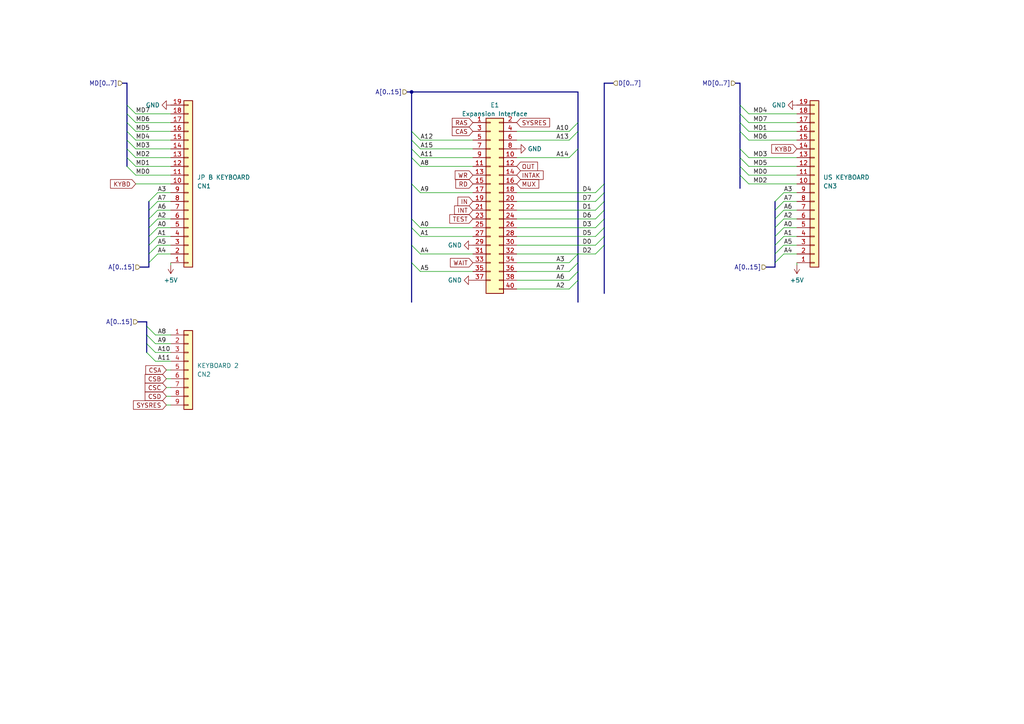
<source format=kicad_sch>
(kicad_sch (version 20230121) (generator eeschema)
  (paper "A4")
  (lib_symbols
    (symbol "Connector_Generic:Conn_01x09" (pin_names (offset 1.016) hide)
      (property "Reference" "J" (at 0 12.7 0))
      (property "Value" "Conn_01x09" (at 0 -12.7 0))
      (symbol "Conn_01x09_1_1"
        (rectangle (start -1.27 -10.033) (end 0 -10.287) (stroke (width 0.1524)))
        (rectangle (start -1.27 -7.493) (end 0 -7.747) (stroke (width 0.1524)))
        (rectangle (start -1.27 -4.953) (end 0 -5.207) (stroke (width 0.1524)))
        (rectangle (start -1.27 -2.413) (end 0 -2.667) (stroke (width 0.1524)))
        (rectangle (start -1.27 0.127) (end 0 -0.127) (stroke (width 0.1524)))
        (rectangle (start -1.27 2.667) (end 0 2.413) (stroke (width 0.1524)))
        (rectangle (start -1.27 5.207) (end 0 4.953) (stroke (width 0.1524)))
        (rectangle (start -1.27 7.747) (end 0 7.493) (stroke (width 0.1524)))
        (rectangle (start -1.27 10.287) (end 0 10.033) (stroke (width 0.1524)))
        (rectangle (start -1.27 11.43) (end 1.27 -11.43) (stroke (width 0.254)) (fill (type background)))
        (pin passive line (at -5.08 10.16 0) (length 3.81) (name "Pin_1") (number "1"))
        (pin passive line (at -5.08 7.62 0) (length 3.81) (name "Pin_2") (number "2"))
        (pin passive line (at -5.08 5.08 0) (length 3.81) (name "Pin_3") (number "3"))
        (pin passive line (at -5.08 2.54 0) (length 3.81) (name "Pin_4") (number "4"))
        (pin passive line (at -5.08 0 0) (length 3.81) (name "Pin_5") (number "5"))
        (pin passive line (at -5.08 -2.54 0) (length 3.81) (name "Pin_6") (number "6"))
        (pin passive line (at -5.08 -5.08 0) (length 3.81) (name "Pin_7") (number "7"))
        (pin passive line (at -5.08 -7.62 0) (length 3.81) (name "Pin_8") (number "8"))
        (pin passive line (at -5.08 -10.16 0) (length 3.81) (name "Pin_9") (number "9"))
      )
    )
    (symbol "Connector_Generic:Conn_01x19" (pin_names (offset 1.016) hide)
      (property "Reference" "J" (at 0 25.4 0))
      (property "Value" "Conn_01x19" (at 0 -25.4 0))
      (symbol "Conn_01x19_1_1"
        (rectangle (start -1.27 -22.733) (end 0 -22.987) (stroke (width 0.1524)))
        (rectangle (start -1.27 -20.193) (end 0 -20.447) (stroke (width 0.1524)))
        (rectangle (start -1.27 -17.653) (end 0 -17.907) (stroke (width 0.1524)))
        (rectangle (start -1.27 -15.113) (end 0 -15.367) (stroke (width 0.1524)))
        (rectangle (start -1.27 -12.573) (end 0 -12.827) (stroke (width 0.1524)))
        (rectangle (start -1.27 -10.033) (end 0 -10.287) (stroke (width 0.1524)))
        (rectangle (start -1.27 -7.493) (end 0 -7.747) (stroke (width 0.1524)))
        (rectangle (start -1.27 -4.953) (end 0 -5.207) (stroke (width 0.1524)))
        (rectangle (start -1.27 -2.413) (end 0 -2.667) (stroke (width 0.1524)))
        (rectangle (start -1.27 0.127) (end 0 -0.127) (stroke (width 0.1524)))
        (rectangle (start -1.27 2.667) (end 0 2.413) (stroke (width 0.1524)))
        (rectangle (start -1.27 5.207) (end 0 4.953) (stroke (width 0.1524)))
        (rectangle (start -1.27 7.747) (end 0 7.493) (stroke (width 0.1524)))
        (rectangle (start -1.27 10.287) (end 0 10.033) (stroke (width 0.1524)))
        (rectangle (start -1.27 12.827) (end 0 12.573) (stroke (width 0.1524)))
        (rectangle (start -1.27 15.367) (end 0 15.113) (stroke (width 0.1524)))
        (rectangle (start -1.27 17.907) (end 0 17.653) (stroke (width 0.1524)))
        (rectangle (start -1.27 20.447) (end 0 20.193) (stroke (width 0.1524)))
        (rectangle (start -1.27 22.987) (end 0 22.733) (stroke (width 0.1524)))
        (rectangle (start -1.27 24.13) (end 1.27 -24.13) (stroke (width 0.254)) (fill (type background)))
        (pin passive line (at -5.08 22.86 0) (length 3.81) (name "Pin_1") (number "1"))
        (pin passive line (at -5.08 0 0) (length 3.81) (name "Pin_10") (number "10"))
        (pin passive line (at -5.08 -2.54 0) (length 3.81) (name "Pin_11") (number "11"))
        (pin passive line (at -5.08 -5.08 0) (length 3.81) (name "Pin_12") (number "12"))
        (pin passive line (at -5.08 -7.62 0) (length 3.81) (name "Pin_13") (number "13"))
        (pin passive line (at -5.08 -10.16 0) (length 3.81) (name "Pin_14") (number "14"))
        (pin passive line (at -5.08 -12.7 0) (length 3.81) (name "Pin_15") (number "15"))
        (pin passive line (at -5.08 -15.24 0) (length 3.81) (name "Pin_16") (number "16"))
        (pin passive line (at -5.08 -17.78 0) (length 3.81) (name "Pin_17") (number "17"))
        (pin passive line (at -5.08 -20.32 0) (length 3.81) (name "Pin_18") (number "18"))
        (pin passive line (at -5.08 -22.86 0) (length 3.81) (name "Pin_19") (number "19"))
        (pin passive line (at -5.08 20.32 0) (length 3.81) (name "Pin_2") (number "2"))
        (pin passive line (at -5.08 17.78 0) (length 3.81) (name "Pin_3") (number "3"))
        (pin passive line (at -5.08 15.24 0) (length 3.81) (name "Pin_4") (number "4"))
        (pin passive line (at -5.08 12.7 0) (length 3.81) (name "Pin_5") (number "5"))
        (pin passive line (at -5.08 10.16 0) (length 3.81) (name "Pin_6") (number "6"))
        (pin passive line (at -5.08 7.62 0) (length 3.81) (name "Pin_7") (number "7"))
        (pin passive line (at -5.08 5.08 0) (length 3.81) (name "Pin_8") (number "8"))
        (pin passive line (at -5.08 2.54 0) (length 3.81) (name "Pin_9") (number "9"))
      )
    )
    (symbol "TRS80IJP:Expansion" (pin_names (offset 1.016) hide)
      (property "Reference" "E1" (at 1.27 27.94 0))
      (property "Value" "Expansion Interface" (at 1.27 25.4 0))
      (symbol "Expansion_1_1"
        (rectangle (start -1.27 -22.733) (end 0 -22.987) (stroke (width 0.1524)))
        (rectangle (start -1.27 -20.193) (end 0 -20.447) (stroke (width 0.1524)))
        (rectangle (start -1.27 -17.653) (end 0 -17.907) (stroke (width 0.1524)))
        (rectangle (start -1.27 -15.113) (end 0 -15.367) (stroke (width 0.1524)))
        (rectangle (start -1.27 -12.573) (end 0 -12.827) (stroke (width 0.1524)))
        (rectangle (start -1.27 -10.033) (end 0 -10.287) (stroke (width 0.1524)))
        (rectangle (start -1.27 -7.493) (end 0 -7.747) (stroke (width 0.1524)))
        (rectangle (start -1.27 -4.953) (end 0 -5.207) (stroke (width 0.1524)))
        (rectangle (start -1.27 -2.413) (end 0 -2.667) (stroke (width 0.1524)))
        (rectangle (start -1.27 0.127) (end 0 -0.127) (stroke (width 0.1524)))
        (rectangle (start -1.27 2.667) (end 0 2.413) (stroke (width 0.1524)))
        (rectangle (start -1.27 5.207) (end 0 4.953) (stroke (width 0.1524)))
        (rectangle (start -1.27 7.747) (end 0 7.493) (stroke (width 0.1524)))
        (rectangle (start -1.27 10.287) (end 0 10.033) (stroke (width 0.1524)))
        (rectangle (start -1.27 12.827) (end 0 12.573) (stroke (width 0.1524)))
        (rectangle (start -1.27 15.367) (end 0 15.113) (stroke (width 0.1524)))
        (rectangle (start -1.27 17.907) (end 0 17.653) (stroke (width 0.1524)))
        (rectangle (start -1.27 20.447) (end 0 20.193) (stroke (width 0.1524)))
        (rectangle (start -1.27 22.987) (end 0 22.733) (stroke (width 0.1524)))
        (rectangle (start -1.27 24.13) (end 3.81 -26.67) (stroke (width 0.254)) (fill (type background)))
        (rectangle (start 3.81 -25.273) (end 2.54 -25.527) (stroke (width 0.1524)))
        (rectangle (start 3.81 -22.733) (end 2.54 -22.987) (stroke (width 0.1524)))
        (rectangle (start 3.81 -20.193) (end 2.54 -20.447) (stroke (width 0.1524)))
        (rectangle (start 3.81 -17.653) (end 2.54 -17.907) (stroke (width 0.1524)))
        (rectangle (start 3.81 -15.113) (end 2.54 -15.367) (stroke (width 0.1524)))
        (rectangle (start 3.81 -12.573) (end 2.54 -12.827) (stroke (width 0.1524)))
        (rectangle (start 3.81 -10.033) (end 2.54 -10.287) (stroke (width 0.1524)))
        (rectangle (start 3.81 -7.493) (end 2.54 -7.747) (stroke (width 0.1524)))
        (rectangle (start 3.81 -4.953) (end 2.54 -5.207) (stroke (width 0.1524)))
        (rectangle (start 3.81 -2.413) (end 2.54 -2.667) (stroke (width 0.1524)))
        (rectangle (start 3.81 0.127) (end 2.54 -0.127) (stroke (width 0.1524)))
        (rectangle (start 3.81 2.667) (end 2.54 2.413) (stroke (width 0.1524)))
        (rectangle (start 3.81 5.207) (end 2.54 4.953) (stroke (width 0.1524)))
        (rectangle (start 3.81 7.747) (end 2.54 7.493) (stroke (width 0.1524)))
        (rectangle (start 3.81 10.287) (end 2.54 10.033) (stroke (width 0.1524)))
        (rectangle (start 3.81 12.827) (end 2.54 12.573) (stroke (width 0.1524)))
        (rectangle (start 3.81 15.367) (end 2.54 15.113) (stroke (width 0.1524)))
        (rectangle (start 3.81 17.907) (end 2.54 17.653) (stroke (width 0.1524)))
        (rectangle (start 3.81 20.447) (end 2.54 20.193) (stroke (width 0.1524)))
        (rectangle (start 3.81 22.987) (end 2.54 22.733) (stroke (width 0.1524)))
        (pin passive line (at -5.08 22.86 0) (length 3.81) (name "Pin_1") (number "1"))
        (pin passive line (at 7.62 12.7 180) (length 3.81) (name "Pin_10") (number "10"))
        (pin passive line (at -5.08 10.16 0) (length 3.81) (name "Pin_11") (number "11"))
        (pin passive line (at 7.62 10.16 180) (length 3.81) (name "Pin_12") (number "12"))
        (pin passive line (at -5.08 7.62 0) (length 3.81) (name "Pin_13") (number "13"))
        (pin passive line (at 7.62 7.62 180) (length 3.81) (name "Pin_14") (number "14"))
        (pin passive line (at -5.08 5.08 0) (length 3.81) (name "Pin_15") (number "15"))
        (pin passive line (at 7.62 5.08 180) (length 3.81) (name "Pin_16") (number "16"))
        (pin passive line (at -5.08 2.54 0) (length 3.81) (name "Pin_17") (number "17"))
        (pin passive line (at 7.62 2.54 180) (length 3.81) (name "Pin_18") (number "18"))
        (pin passive line (at -5.08 0 0) (length 3.81) (name "Pin_19") (number "19"))
        (pin passive line (at 7.62 22.86 180) (length 3.81) (name "Pin_2") (number "2"))
        (pin passive line (at 7.62 0 180) (length 3.81) (name "Pin_20") (number "20"))
        (pin passive line (at -5.08 -2.54 0) (length 3.81) (name "Pin_21") (number "21"))
        (pin passive line (at 7.62 -2.54 180) (length 3.81) (name "Pin_22") (number "22"))
        (pin passive line (at -5.08 -5.08 0) (length 3.81) (name "Pin_23") (number "23"))
        (pin passive line (at 7.62 -5.08 180) (length 3.81) (name "Pin_24") (number "24"))
        (pin passive line (at -5.08 -7.62 0) (length 3.81) (name "Pin_25") (number "25"))
        (pin passive line (at 7.62 -7.62 180) (length 3.81) (name "Pin_26") (number "26"))
        (pin passive line (at -5.08 -10.16 0) (length 3.81) (name "Pin_27") (number "27"))
        (pin passive line (at 7.62 -10.16 180) (length 3.81) (name "Pin_28") (number "28"))
        (pin passive line (at -5.08 -12.7 0) (length 3.81) (name "Pin_29") (number "29"))
        (pin passive line (at -5.08 20.32 0) (length 3.81) (name "Pin_3") (number "3"))
        (pin passive line (at 7.62 -12.7 180) (length 3.81) (name "Pin_30") (number "30"))
        (pin passive line (at -5.08 -15.24 0) (length 3.81) (name "Pin_31") (number "31"))
        (pin passive line (at 7.62 -15.24 180) (length 3.81) (name "Pin_32") (number "32"))
        (pin passive line (at -5.08 -17.78 0) (length 3.81) (name "Pin_33") (number "33"))
        (pin passive line (at 7.62 -17.78 180) (length 3.81) (name "Pin_34") (number "34"))
        (pin passive line (at -5.08 -20.32 0) (length 3.81) (name "Pin_35") (number "35"))
        (pin passive line (at 7.62 -20.32 180) (length 3.81) (name "Pin_36") (number "36"))
        (pin passive line (at -5.08 -22.86 0) (length 3.81) (name "Pin_37") (number "37"))
        (pin passive line (at 7.62 -22.86 180) (length 3.81) (name "Pin_38") (number "38"))
        (pin passive line (at 7.62 20.32 180) (length 3.81) (name "Pin_4") (number "4"))
        (pin passive line (at 7.62 -25.4 180) (length 3.81) (name "Pin_40") (number "40"))
        (pin passive line (at -5.08 17.78 0) (length 3.81) (name "Pin_5") (number "5"))
        (pin passive line (at 7.62 17.78 180) (length 3.81) (name "Pin_6") (number "6"))
        (pin passive line (at -5.08 15.24 0) (length 3.81) (name "Pin_7") (number "7"))
        (pin passive line (at 7.62 15.24 180) (length 3.81) (name "Pin_8") (number "8"))
        (pin passive line (at -5.08 12.7 0) (length 3.81) (name "Pin_9") (number "9"))
      )
    )
    (symbol "power:+5V" (power) (pin_names (offset 0))
      (property "Value" "+5V" (at 0 3.556 0))
      (symbol "+5V_0_1"
        (polyline (pts (xy -0.762 1.27) (xy 0 2.54)))
        (polyline (pts (xy 0 0) (xy 0 2.54)))
        (polyline (pts (xy 0 2.54) (xy 0.762 1.27)))
      )
      (symbol "+5V_1_1"
        (pin power_in line (at 0 0 90) (length 0) hide (name "+5V") (number "1"))
      )
    )
    (symbol "power:GND" (power) (pin_names (offset 0))
      (property "Value" "GND" (at 0 -3.81 0))
      (symbol "GND_0_1"
        (polyline (pts (xy 0 0) (xy 0 -1.27) (xy 1.27 -1.27) (xy 0 -2.54) (xy -1.27 -1.27) (xy 0 -1.27)))
      )
      (symbol "GND_1_1"
        (pin power_in line (at 0 0 270) (length 0) hide (name "GND") (number "1"))
      )
    )
  )
  (junction (at 119.38 26.67))
  (bus_entry (at 43.18 73.66) (size 2.54 -2.54))
  (bus_entry (at 214.63 35.56) (size 2.54 2.54))
  (bus_entry (at 36.83 30.48) (size 2.54 2.54))
  (bus_entry (at 36.83 35.56) (size 2.54 2.54))
  (bus_entry (at 224.79 58.42) (size 2.54 -2.54))
  (bus_entry (at 224.79 60.96) (size 2.54 -2.54))
  (bus_entry (at 42.545 99.695) (size 2.54 2.54))
  (bus_entry (at 36.83 33.02) (size 2.54 2.54))
  (bus_entry (at 214.63 30.48) (size 2.54 2.54))
  (bus_entry (at 42.545 102.235) (size 2.54 2.54))
  (bus_entry (at 36.83 48.26) (size 2.54 2.54))
  (bus_entry (at 214.63 50.8) (size 2.54 2.54))
  (bus_entry (at 43.18 68.58) (size 2.54 -2.54))
  (bus_entry (at 224.79 66.04) (size 2.54 -2.54))
  (bus_entry (at 43.18 76.2) (size 2.54 -2.54))
  (bus_entry (at 43.18 63.5) (size 2.54 -2.54))
  (bus_entry (at 214.63 45.72) (size 2.54 2.54))
  (bus_entry (at 43.18 66.04) (size 2.54 -2.54))
  (bus_entry (at 36.83 45.72) (size 2.54 2.54))
  (bus_entry (at 224.79 63.5) (size 2.54 -2.54))
  (bus_entry (at 214.63 48.26) (size 2.54 2.54))
  (bus_entry (at 214.63 43.18) (size 2.54 2.54))
  (bus_entry (at 36.83 43.18) (size 2.54 2.54))
  (bus_entry (at 42.545 97.155) (size 2.54 2.54))
  (bus_entry (at 214.63 38.1) (size 2.54 2.54))
  (bus_entry (at 214.63 33.02) (size 2.54 2.54))
  (bus_entry (at 43.18 71.12) (size 2.54 -2.54))
  (bus_entry (at 43.18 60.96) (size 2.54 -2.54))
  (bus_entry (at 224.79 73.66) (size 2.54 -2.54))
  (bus_entry (at 224.79 71.12) (size 2.54 -2.54))
  (bus_entry (at 172.72 73.66) (size 2.54 -2.54))
  (bus_entry (at 172.72 66.04) (size 2.54 -2.54))
  (bus_entry (at 172.72 68.58) (size 2.54 -2.54))
  (bus_entry (at 172.72 71.12) (size 2.54 -2.54))
  (bus_entry (at 172.72 55.88) (size 2.54 -2.54))
  (bus_entry (at 172.72 58.42) (size 2.54 -2.54))
  (bus_entry (at 172.72 60.96) (size 2.54 -2.54))
  (bus_entry (at 172.72 63.5) (size 2.54 -2.54))
  (bus_entry (at 36.83 40.64) (size 2.54 2.54))
  (bus_entry (at 224.79 76.2) (size 2.54 -2.54))
  (bus_entry (at 42.545 94.615) (size 2.54 2.54))
  (bus_entry (at 224.79 68.58) (size 2.54 -2.54))
  (bus_entry (at 36.83 38.1) (size 2.54 2.54))
  (bus_entry (at 43.18 58.42) (size 2.54 -2.54))
  (bus_entry (at 165.1 83.82) (size 2.54 -2.54))
  (bus_entry (at 165.1 76.2) (size 2.54 -2.54))
  (bus_entry (at 165.1 78.74) (size 2.54 -2.54))
  (bus_entry (at 165.1 81.28) (size 2.54 -2.54))
  (bus_entry (at 165.1 45.72) (size 2.54 -2.54))
  (bus_entry (at 165.1 38.1) (size 2.54 -2.54))
  (bus_entry (at 119.38 76.2) (size 2.54 2.54))
  (bus_entry (at 165.1 40.64) (size 2.54 -2.54))
  (bus_entry (at 119.38 63.5) (size 2.54 2.54))
  (bus_entry (at 119.38 53.34) (size 2.54 2.54))
  (bus_entry (at 119.38 38.1) (size 2.54 2.54))
  (bus_entry (at 119.38 40.64) (size 2.54 2.54))
  (bus_entry (at 119.38 66.04) (size 2.54 2.54))
  (bus_entry (at 119.38 71.12) (size 2.54 2.54))
  (bus_entry (at 119.38 43.18) (size 2.54 2.54))
  (bus_entry (at 119.38 45.72) (size 2.54 2.54))
  (wire (pts (xy 39.37 35.56) (xy 49.53 35.56)))
  (wire (pts (xy 149.86 78.74) (xy 165.1 78.74)))
  (bus (pts (xy 167.64 43.18) (xy 167.64 73.66)))
  (bus (pts (xy 224.79 68.58) (xy 224.79 71.12)))
  (bus (pts (xy 214.63 30.48) (xy 214.63 33.02)))
  (bus (pts (xy 224.79 76.2) (xy 224.79 77.47)))
  (bus (pts (xy 40.64 77.47) (xy 43.18 77.47)))
  (wire (pts (xy 45.085 104.775) (xy 49.53 104.775)))
  (wire (pts (xy 149.86 55.88) (xy 172.72 55.88)))
  (wire (pts (xy 48.26 107.315) (xy 49.53 107.315)))
  (bus (pts (xy 40.005 93.345) (xy 42.545 93.345)))
  (bus (pts (xy 119.38 71.12) (xy 119.38 76.2)))
  (bus (pts (xy 119.38 26.67) (xy 167.64 26.67)))
  (wire (pts (xy 149.86 45.72) (xy 165.1 45.72)))
  (wire (pts (xy 121.92 73.66) (xy 137.16 73.66)))
  (bus (pts (xy 214.63 45.72) (xy 214.63 48.26)))
  (wire (pts (xy 149.86 83.82) (xy 165.1 83.82)))
  (wire (pts (xy 45.085 97.155) (xy 49.53 97.155)))
  (wire (pts (xy 39.37 43.18) (xy 49.53 43.18)))
  (bus (pts (xy 175.26 68.58) (xy 175.26 71.12)))
  (bus (pts (xy 167.64 76.2) (xy 167.64 78.74)))
  (bus (pts (xy 42.545 94.615) (xy 42.545 93.345)))
  (bus (pts (xy 36.83 45.72) (xy 36.83 48.26)))
  (wire (pts (xy 45.085 102.235) (xy 49.53 102.235)))
  (wire (pts (xy 39.37 40.64) (xy 49.53 40.64)))
  (bus (pts (xy 214.63 48.26) (xy 214.63 50.8)))
  (wire (pts (xy 217.17 53.34) (xy 231.14 53.34)))
  (wire (pts (xy 217.17 48.26) (xy 231.14 48.26)))
  (bus (pts (xy 224.79 58.42) (xy 224.79 60.96)))
  (bus (pts (xy 118.11 26.67) (xy 119.38 26.67)))
  (wire (pts (xy 121.92 78.74) (xy 137.16 78.74)))
  (bus (pts (xy 42.545 97.155) (xy 42.545 94.615)))
  (bus (pts (xy 224.79 60.96) (xy 224.79 63.5)))
  (wire (pts (xy 39.37 38.1) (xy 49.53 38.1)))
  (bus (pts (xy 224.79 71.12) (xy 224.79 73.66)))
  (wire (pts (xy 217.17 50.8) (xy 231.14 50.8)))
  (wire (pts (xy 39.37 50.8) (xy 49.53 50.8)))
  (wire (pts (xy 167.64 73.66) (xy 172.72 73.66)))
  (wire (pts (xy 45.085 99.695) (xy 49.53 99.695)))
  (bus (pts (xy 119.38 45.72) (xy 119.38 53.34)))
  (wire (pts (xy 39.37 48.26) (xy 49.53 48.26)))
  (wire (pts (xy 227.33 68.58) (xy 231.14 68.58)))
  (wire (pts (xy 149.86 58.42) (xy 172.72 58.42)))
  (bus (pts (xy 175.26 60.96) (xy 175.26 63.5)))
  (bus (pts (xy 119.38 38.1) (xy 119.38 40.64)))
  (wire (pts (xy 217.17 33.02) (xy 231.14 33.02)))
  (bus (pts (xy 222.25 77.47) (xy 224.79 77.47)))
  (bus (pts (xy 224.79 63.5) (xy 224.79 66.04)))
  (bus (pts (xy 175.26 58.42) (xy 175.26 60.96)))
  (bus (pts (xy 167.64 26.67) (xy 167.64 35.56)))
  (wire (pts (xy 45.72 73.66) (xy 49.53 73.66)))
  (bus (pts (xy 43.18 60.96) (xy 43.18 63.5)))
  (wire (pts (xy 149.86 60.96) (xy 172.72 60.96)))
  (bus (pts (xy 224.79 73.66) (xy 224.79 76.2)))
  (bus (pts (xy 36.83 38.1) (xy 36.83 40.64)))
  (wire (pts (xy 227.33 73.66) (xy 231.14 73.66)))
  (wire (pts (xy 48.26 109.855) (xy 49.53 109.855)))
  (wire (pts (xy 45.72 71.12) (xy 49.53 71.12)))
  (bus (pts (xy 167.64 78.74) (xy 167.64 81.28)))
  (wire (pts (xy 149.86 73.66) (xy 167.64 73.66)))
  (bus (pts (xy 35.56 24.13) (xy 36.83 24.13)))
  (wire (pts (xy 39.37 45.72) (xy 49.53 45.72)))
  (bus (pts (xy 214.63 50.8) (xy 214.63 54.61)))
  (wire (pts (xy 45.72 58.42) (xy 49.53 58.42)))
  (wire (pts (xy 39.37 53.34) (xy 49.53 53.34)))
  (bus (pts (xy 214.63 38.1) (xy 214.63 43.18)))
  (bus (pts (xy 214.63 24.13) (xy 214.63 30.48)))
  (wire (pts (xy 217.17 45.72) (xy 231.14 45.72)))
  (wire (pts (xy 39.37 33.02) (xy 49.53 33.02)))
  (bus (pts (xy 43.18 76.2) (xy 43.18 77.47)))
  (wire (pts (xy 227.33 71.12) (xy 231.14 71.12)))
  (wire (pts (xy 217.17 40.64) (xy 231.14 40.64)))
  (bus (pts (xy 175.26 53.34) (xy 175.26 55.88)))
  (wire (pts (xy 45.72 55.88) (xy 49.53 55.88)))
  (wire (pts (xy 49.53 76.835) (xy 49.53 76.2)))
  (wire (pts (xy 45.72 66.04) (xy 49.53 66.04)))
  (bus (pts (xy 175.26 66.04) (xy 175.26 68.58)))
  (bus (pts (xy 224.79 66.04) (xy 224.79 68.58)))
  (bus (pts (xy 36.83 43.18) (xy 36.83 45.72)))
  (wire (pts (xy 45.72 60.96) (xy 49.53 60.96)))
  (wire (pts (xy 45.72 68.58) (xy 49.53 68.58)))
  (bus (pts (xy 119.38 26.67) (xy 119.38 38.1)))
  (bus (pts (xy 119.38 63.5) (xy 119.38 66.04)))
  (wire (pts (xy 149.86 40.64) (xy 165.1 40.64)))
  (bus (pts (xy 119.38 76.2) (xy 119.38 87.63)))
  (wire (pts (xy 227.33 55.88) (xy 231.14 55.88)))
  (bus (pts (xy 175.26 24.13) (xy 175.26 53.34)))
  (wire (pts (xy 149.86 81.28) (xy 165.1 81.28)))
  (bus (pts (xy 119.38 40.64) (xy 119.38 43.18)))
  (wire (pts (xy 121.92 43.18) (xy 137.16 43.18)))
  (bus (pts (xy 36.83 24.13) (xy 36.83 30.48)))
  (wire (pts (xy 149.86 76.2) (xy 165.1 76.2)))
  (wire (pts (xy 227.33 60.96) (xy 231.14 60.96)))
  (bus (pts (xy 214.63 33.02) (xy 214.63 35.56)))
  (bus (pts (xy 43.18 66.04) (xy 43.18 68.58)))
  (bus (pts (xy 43.18 71.12) (xy 43.18 73.66)))
  (wire (pts (xy 231.14 76.835) (xy 231.14 76.2)))
  (wire (pts (xy 149.86 38.1) (xy 165.1 38.1)))
  (bus (pts (xy 213.36 24.13) (xy 214.63 24.13)))
  (bus (pts (xy 42.545 99.695) (xy 42.545 97.155)))
  (wire (pts (xy 149.86 71.12) (xy 172.72 71.12)))
  (wire (pts (xy 149.86 63.5) (xy 172.72 63.5)))
  (bus (pts (xy 43.18 63.5) (xy 43.18 66.04)))
  (bus (pts (xy 36.83 35.56) (xy 36.83 38.1)))
  (bus (pts (xy 119.38 66.04) (xy 119.38 71.12)))
  (wire (pts (xy 227.33 63.5) (xy 231.14 63.5)))
  (wire (pts (xy 48.26 114.935) (xy 49.53 114.935)))
  (bus (pts (xy 167.64 38.1) (xy 167.64 43.18)))
  (wire (pts (xy 121.92 66.04) (xy 137.16 66.04)))
  (wire (pts (xy 217.17 38.1) (xy 231.14 38.1)))
  (bus (pts (xy 167.64 35.56) (xy 167.64 38.1)))
  (bus (pts (xy 175.26 71.12) (xy 175.26 85.09)))
  (wire (pts (xy 121.92 40.64) (xy 137.16 40.64)))
  (wire (pts (xy 48.26 112.395) (xy 49.53 112.395)))
  (bus (pts (xy 43.18 58.42) (xy 43.18 60.96)))
  (bus (pts (xy 214.63 43.18) (xy 214.63 45.72)))
  (wire (pts (xy 217.17 35.56) (xy 231.14 35.56)))
  (wire (pts (xy 149.86 68.58) (xy 172.72 68.58)))
  (bus (pts (xy 167.64 73.66) (xy 167.64 76.2)))
  (bus (pts (xy 119.38 53.34) (xy 119.38 63.5)))
  (bus (pts (xy 43.18 73.66) (xy 43.18 76.2)))
  (wire (pts (xy 121.92 55.88) (xy 137.16 55.88)))
  (bus (pts (xy 43.18 68.58) (xy 43.18 71.12)))
  (wire (pts (xy 149.86 66.04) (xy 172.72 66.04)))
  (bus (pts (xy 167.64 81.28) (xy 167.64 87.63)))
  (wire (pts (xy 121.92 45.72) (xy 137.16 45.72)))
  (wire (pts (xy 121.92 48.26) (xy 137.16 48.26)))
  (bus (pts (xy 42.545 102.235) (xy 42.545 99.695)))
  (bus (pts (xy 119.38 43.18) (xy 119.38 45.72)))
  (bus (pts (xy 214.63 35.56) (xy 214.63 38.1)))
  (bus (pts (xy 175.26 55.88) (xy 175.26 58.42)))
  (wire (pts (xy 45.72 63.5) (xy 49.53 63.5)))
  (bus (pts (xy 36.83 30.48) (xy 36.83 33.02)))
  (wire (pts (xy 48.26 117.475) (xy 49.53 117.475)))
  (bus (pts (xy 175.26 63.5) (xy 175.26 66.04)))
  (bus (pts (xy 36.83 40.64) (xy 36.83 43.18)))
  (wire (pts (xy 227.33 66.04) (xy 231.14 66.04)))
  (bus (pts (xy 177.8 24.13) (xy 175.26 24.13)))
  (wire (pts (xy 121.92 68.58) (xy 137.16 68.58)))
  (bus (pts (xy 36.83 33.02) (xy 36.83 35.56)))
  (wire (pts (xy 227.33 58.42) (xy 231.14 58.42)))
  (label "A11" (at 45.72 104.775 0))
  (label "A1" (at 45.72 68.58 0))
  (label "A6" (at 45.72 60.96 0))
  (label "MD7" (at 218.44 35.56 0))
  (label "MD2" (at 39.37 45.72 0))
  (label "MD1" (at 39.37 48.26 0))
  (label "MD5" (at 218.44 48.26 0))
  (label "A5" (at 227.33 71.12 0))
  (label "D3" (at 168.91 66.04 0))
  (label "A4" (at 121.92 73.66 0))
  (label "MD0" (at 39.37 50.8 0))
  (label "A0" (at 45.72 66.04 0))
  (label "A3" (at 161.29 76.2 0))
  (label "A5" (at 45.72 71.12 0))
  (label "MD2" (at 218.44 53.34 0))
  (label "A0" (at 121.92 66.04 0))
  (label "A15" (at 121.92 43.18 0))
  (label "A7" (at 227.33 58.42 0))
  (label "D6" (at 168.91 63.5 0))
  (label "A3" (at 227.33 55.88 0))
  (label "A10" (at 161.29 38.1 0))
  (label "A6" (at 227.33 60.96 0))
  (label "A13" (at 161.29 40.64 0))
  (label "MD1" (at 218.44 38.1 0))
  (label "A1" (at 227.33 68.58 0))
  (label "MD3" (at 39.37 43.18 0))
  (label "D1" (at 168.91 60.96 0))
  (label "A2" (at 45.72 63.5 0))
  (label "A11" (at 121.92 45.72 0))
  (label "A8" (at 121.92 48.26 0))
  (label "A3" (at 45.72 55.88 0))
  (label "A4" (at 45.72 73.66 0))
  (label "D7" (at 168.91 58.42 0))
  (label "A0" (at 227.33 66.04 0))
  (label "MD6" (at 39.37 35.56 0))
  (label "A5" (at 121.92 78.74 0))
  (label "A9" (at 45.72 99.695 0))
  (label "MD7" (at 39.37 33.02 0))
  (label "D2" (at 168.91 73.66 0))
  (label "MD4" (at 218.44 33.02 0))
  (label "A10" (at 45.72 102.235 0))
  (label "MD3" (at 218.44 45.72 0))
  (label "D4" (at 168.91 55.88 0))
  (label "A8" (at 45.72 97.155 0))
  (label "A4" (at 227.33 73.66 0))
  (label "A14" (at 161.29 45.72 0))
  (label "A6" (at 161.29 81.28 0))
  (label "A9" (at 121.92 55.88 0))
  (label "MD0" (at 218.44 50.8 0))
  (label "MD5" (at 39.37 38.1 0))
  (label "A2" (at 161.29 83.82 0))
  (label "D5" (at 168.91 68.58 0))
  (label "MD6" (at 218.44 40.64 0))
  (label "A2" (at 227.33 63.5 0))
  (label "A7" (at 45.72 58.42 0))
  (label "A1" (at 121.92 68.58 0))
  (label "A7" (at 161.29 78.74 0))
  (label "A12" (at 121.92 40.64 0))
  (label "D0" (at 168.91 71.12 0))
  (label "MD4" (at 39.37 40.64 0))
  (global_label "MUX" (shape input) (at 149.86 53.34 0) (property "Intersheetrefs" "${INTERSHEET_REFS}" (effects hide)))
  (global_label "CSB" (shape input) (at 48.26 109.855 180) (property "Intersheetrefs" "${INTERSHEET_REFS}" (effects hide)))
  (global_label "SYSRES" (shape input) (at 149.86 35.56 0) (property "Intersheetrefs" "${INTERSHEET_REFS}" (effects hide)))
  (global_label "TEST" (shape input) (at 137.16 63.5 180) (property "Intersheetrefs" "${INTERSHEET_REFS}" (effects hide)))
  (global_label "WR" (shape input) (at 137.16 50.8 180) (property "Intersheetrefs" "${INTERSHEET_REFS}" (effects hide)))
  (global_label "OUT" (shape input) (at 149.86 48.26 0) (property "Intersheetrefs" "${INTERSHEET_REFS}" (effects hide)))
  (global_label "CAS" (shape input) (at 137.16 38.1 180) (property "Intersheetrefs" "${INTERSHEET_REFS}" (effects hide)))
  (global_label "RAS" (shape input) (at 137.16 35.56 180) (property "Intersheetrefs" "${INTERSHEET_REFS}" (effects hide)))
  (global_label "KYBD" (shape input) (at 231.14 43.18 180) (property "Intersheetrefs" "${INTERSHEET_REFS}" (effects hide)))
  (global_label "KYBD" (shape input) (at 39.37 53.34 180) (property "Intersheetrefs" "${INTERSHEET_REFS}" (effects hide)))
  (global_label "WAIT" (shape input) (at 137.16 76.2 180) (property "Intersheetrefs" "${INTERSHEET_REFS}" (effects hide)))
  (global_label "CSD" (shape input) (at 48.26 114.935 180) (property "Intersheetrefs" "${INTERSHEET_REFS}" (effects hide)))
  (global_label "SYSRES" (shape input) (at 48.26 117.475 180) (property "Intersheetrefs" "${INTERSHEET_REFS}" (effects hide)))
  (global_label "RD" (shape input) (at 137.16 53.34 180) (property "Intersheetrefs" "${INTERSHEET_REFS}" (effects hide)))
  (global_label "INT" (shape input) (at 137.16 60.96 180) (property "Intersheetrefs" "${INTERSHEET_REFS}" (effects hide)))
  (global_label "IN" (shape input) (at 137.16 58.42 180) (property "Intersheetrefs" "${INTERSHEET_REFS}" (effects hide)))
  (global_label "CSA" (shape input) (at 48.26 107.315 180) (property "Intersheetrefs" "${INTERSHEET_REFS}" (effects hide)))
  (global_label "CSC" (shape input) (at 48.26 112.395 180) (property "Intersheetrefs" "${INTERSHEET_REFS}" (effects hide)))
  (global_label "INTAK" (shape input) (at 149.86 50.8 0) (property "Intersheetrefs" "${INTERSHEET_REFS}" (effects hide)))
  (hierarchical_label "MD[0..7]" (shape input) (at 35.56 24.13 180))
  (hierarchical_label "A[0..15]" (shape input) (at 40.64 77.47 180))
  (hierarchical_label "A[0..15]" (shape input) (at 40.005 93.345 180))
  (hierarchical_label "A[0..15]" (shape input) (at 222.25 77.47 180))
  (hierarchical_label "MD[0..7]" (shape input) (at 213.36 24.13 180))
  (hierarchical_label "A[0..15]" (shape input) (at 118.11 26.67 180))
  (hierarchical_label "D[0..7]" (shape input) (at 177.8 24.13 0))
  (symbol (lib_id "power:GND") (at 231.14 30.48 270) (unit 1)
    (property "Reference" "#PWR0108" (effects hide))
    (property "Value" "GND" (at 227.965 30.48 90) (effects (justify right)))
    (instances (project "TRS80IJP_1" (path "" (reference "#PWR0108") (unit 1)) (path "" (reference "#PWR0123") (unit 1)) (path "" (reference "#PWR0136") (unit 1))))
  )
  (symbol (lib_id "Connector_Generic:Conn_01x19") (at 54.61 53.34 0) (mirror x) (unit 1)
    (property "Reference" "CN1" (at 57.15 53.975 0) (effects (justify left)))
    (property "Value" "JP B KEYBOARD" (at 57.15 51.435 0) (effects (justify left)))
    (property "Footprint" "TRS80:Keyboard JP" (effects hide))
  )
  (symbol (lib_id "power:GND") (at 49.53 30.48 270) (unit 1)
    (property "Reference" "#PWR0108" (effects hide))
    (property "Value" "GND" (at 46.355 30.48 90) (effects (justify right)))
    (instances (project "TRS80IJP_1" (path "" (reference "#PWR0108") (unit 1)) (path "" (reference "#PWR0123") (unit 1)) (path "" (reference "#PWR0131") (unit 1))))
  )
  (symbol (lib_id "TRS80IJP:Expansion") (at 142.24 58.42 0) (unit 1)
    (property "Reference" "E1" (at 143.51 30.48 0))
    (property "Value" "Expansion Interface" (at 143.51 33.02 0))
    (property "Footprint" "TRS80IJP:TRS80IEdgeConnector" (effects hide))
  )
  (symbol (lib_id "power:GND") (at 137.16 71.12 270) (unit 1)
    (property "Reference" "#PWR0108" (effects hide))
    (property "Value" "GND" (at 133.985 71.12 90) (effects (justify right)))
    (instances (project "TRS80IJP_1" (path "" (reference "#PWR0108") (unit 1)) (path "" (reference "#PWR0123") (unit 1)) (path "" (reference "#PWR0132") (unit 1))))
  )
  (symbol (lib_id "power:+5V") (at 49.53 76.835 180) (unit 1)
    (property "Reference" "#PWR010" (effects hide))
    (property "Value" "+5V" (at 49.53 81.28 0))
    (instances (project "TRS80IJP_1" (path "" (reference "#PWR010") (unit 1)) (path "" (reference "#PWR026") (unit 1))))
  )
  (symbol (lib_id "power:GND") (at 137.16 81.28 270) (unit 1)
    (property "Reference" "#PWR0108" (effects hide))
    (property "Value" "GND" (at 133.985 81.28 90) (effects (justify right)))
    (instances (project "TRS80IJP_1" (path "" (reference "#PWR0108") (unit 1)) (path "" (reference "#PWR0123") (unit 1)) (path "" (reference "#PWR0133") (unit 1))))
  )
  (symbol (lib_id "power:GND") (at 149.86 43.18 90) (unit 1)
    (property "Reference" "#PWR0108" (effects hide))
    (property "Value" "GND" (at 153.035 43.18 90) (effects (justify right)))
    (instances (project "TRS80IJP_1" (path "" (reference "#PWR0108") (unit 1)) (path "" (reference "#PWR0123") (unit 1)) (path "" (reference "#PWR0135") (unit 1))))
  )
  (symbol (lib_id "power:+5V") (at 231.14 76.835 180) (unit 1)
    (property "Reference" "#PWR010" (effects hide))
    (property "Value" "+5V" (at 231.14 81.28 0))
    (instances (project "TRS80IJP_1" (path "" (reference "#PWR010") (unit 1)) (path "" (reference "#PWR027") (unit 1))))
  )
  (symbol (lib_id "Connector_Generic:Conn_01x19") (at 236.22 53.34 0) (mirror x) (unit 1)
    (property "Reference" "CN3" (at 238.76 53.975 0) (effects (justify left)))
    (property "Value" "US KEYBOARD" (at 238.76 51.435 0) (effects (justify left)))
    (property "Footprint" "TRS80:Keyboard JP" (effects hide))
  )
  (symbol (lib_id "Connector_Generic:Conn_01x09") (at 54.61 107.315 0) (unit 1)
    (property "Reference" "CN2" (at 57.15 108.585 0) (effects (justify left)))
    (property "Value" "KEYBOARD 2" (at 57.15 106.045 0) (effects (justify left)))
    (property "Footprint" "TRS80:CN2" (effects hide))
  )
)
</source>
